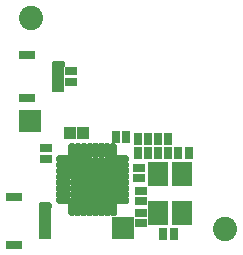
<source format=gbr>
G04 #@! TF.GenerationSoftware,KiCad,Pcbnew,(5.1.6)-1*
G04 #@! TF.CreationDate,2020-08-30T17:28:20+02:00*
G04 #@! TF.ProjectId,Freude_Microcontroller,46726575-6465-45f4-9d69-63726f636f6e,rev?*
G04 #@! TF.SameCoordinates,Original*
G04 #@! TF.FileFunction,Soldermask,Top*
G04 #@! TF.FilePolarity,Negative*
%FSLAX46Y46*%
G04 Gerber Fmt 4.6, Leading zero omitted, Abs format (unit mm)*
G04 Created by KiCad (PCBNEW (5.1.6)-1) date 2020-08-30 17:28:20*
%MOMM*%
%LPD*%
G01*
G04 APERTURE LIST*
%ADD10C,2.050000*%
%ADD11R,1.700000X2.000000*%
%ADD12R,1.000000X0.800000*%
%ADD13R,0.800000X1.000000*%
%ADD14R,1.100000X0.700000*%
%ADD15R,1.400000X0.700000*%
%ADD16R,1.000000X1.100000*%
%ADD17R,3.850000X3.850000*%
%ADD18R,1.900000X1.900000*%
G04 APERTURE END LIST*
D10*
X193675000Y-69025000D03*
X210075000Y-86825000D03*
D11*
X206390000Y-82160000D03*
X206390000Y-85460000D03*
X204390000Y-85460000D03*
X204390000Y-82160000D03*
D12*
X202790000Y-81660000D03*
X202790000Y-82560000D03*
X197040000Y-74400000D03*
X197040000Y-73500000D03*
D13*
X200800000Y-79075000D03*
X201700000Y-79075000D03*
X202675000Y-79275000D03*
X203575000Y-79275000D03*
X205275000Y-79275000D03*
X204375000Y-79275000D03*
X205740000Y-87280000D03*
X204840000Y-87280000D03*
X204350000Y-80425000D03*
X205250000Y-80425000D03*
X203575000Y-80425000D03*
X202675000Y-80425000D03*
D12*
X202920000Y-84520000D03*
X202920000Y-83620000D03*
X202950000Y-85470000D03*
X202950000Y-86370000D03*
D13*
X206080000Y-80410000D03*
X206980000Y-80410000D03*
D12*
X194900000Y-80925000D03*
X194900000Y-80025000D03*
D14*
X194850000Y-87400000D03*
X194850000Y-86900000D03*
D15*
X192200000Y-88190000D03*
X192200000Y-84110000D03*
D14*
X194850000Y-86400000D03*
X194850000Y-85900000D03*
X194850000Y-85400000D03*
G36*
G01*
X194475000Y-84550000D02*
X195225000Y-84550000D01*
G75*
G02*
X195400000Y-84725000I0J-175000D01*
G01*
X195400000Y-85075000D01*
G75*
G02*
X195225000Y-85250000I-175000J0D01*
G01*
X194475000Y-85250000D01*
G75*
G02*
X194300000Y-85075000I0J175000D01*
G01*
X194300000Y-84725000D01*
G75*
G02*
X194475000Y-84550000I175000J0D01*
G01*
G37*
D16*
X198050000Y-78725000D03*
X196950000Y-78725000D03*
D15*
X193300000Y-75740000D03*
X193300000Y-72160000D03*
D14*
X195950000Y-74950000D03*
X195950000Y-74450000D03*
X195950000Y-73950000D03*
X195950000Y-73450000D03*
G36*
G01*
X195575000Y-72600000D02*
X196325000Y-72600000D01*
G75*
G02*
X196500000Y-72775000I0J-175000D01*
G01*
X196500000Y-73125000D01*
G75*
G02*
X196325000Y-73300000I-175000J0D01*
G01*
X195575000Y-73300000D01*
G75*
G02*
X195400000Y-73125000I0J175000D01*
G01*
X195400000Y-72775000D01*
G75*
G02*
X195575000Y-72600000I175000J0D01*
G01*
G37*
G36*
G01*
X201925000Y-84262500D02*
X201925000Y-84587500D01*
G75*
G02*
X201762500Y-84750000I-162500J0D01*
G01*
X200812500Y-84750000D01*
G75*
G02*
X200650000Y-84587500I0J162500D01*
G01*
X200650000Y-84262500D01*
G75*
G02*
X200812500Y-84100000I162500J0D01*
G01*
X201762500Y-84100000D01*
G75*
G02*
X201925000Y-84262500I0J-162500D01*
G01*
G37*
G36*
G01*
X201925000Y-83762500D02*
X201925000Y-84087500D01*
G75*
G02*
X201762500Y-84250000I-162500J0D01*
G01*
X200812500Y-84250000D01*
G75*
G02*
X200650000Y-84087500I0J162500D01*
G01*
X200650000Y-83762500D01*
G75*
G02*
X200812500Y-83600000I162500J0D01*
G01*
X201762500Y-83600000D01*
G75*
G02*
X201925000Y-83762500I0J-162500D01*
G01*
G37*
G36*
G01*
X201925000Y-83262500D02*
X201925000Y-83587500D01*
G75*
G02*
X201762500Y-83750000I-162500J0D01*
G01*
X200812500Y-83750000D01*
G75*
G02*
X200650000Y-83587500I0J162500D01*
G01*
X200650000Y-83262500D01*
G75*
G02*
X200812500Y-83100000I162500J0D01*
G01*
X201762500Y-83100000D01*
G75*
G02*
X201925000Y-83262500I0J-162500D01*
G01*
G37*
G36*
G01*
X201925000Y-82762500D02*
X201925000Y-83087500D01*
G75*
G02*
X201762500Y-83250000I-162500J0D01*
G01*
X200812500Y-83250000D01*
G75*
G02*
X200650000Y-83087500I0J162500D01*
G01*
X200650000Y-82762500D01*
G75*
G02*
X200812500Y-82600000I162500J0D01*
G01*
X201762500Y-82600000D01*
G75*
G02*
X201925000Y-82762500I0J-162500D01*
G01*
G37*
G36*
G01*
X201925000Y-82262500D02*
X201925000Y-82587500D01*
G75*
G02*
X201762500Y-82750000I-162500J0D01*
G01*
X200812500Y-82750000D01*
G75*
G02*
X200650000Y-82587500I0J162500D01*
G01*
X200650000Y-82262500D01*
G75*
G02*
X200812500Y-82100000I162500J0D01*
G01*
X201762500Y-82100000D01*
G75*
G02*
X201925000Y-82262500I0J-162500D01*
G01*
G37*
G36*
G01*
X201925000Y-81762500D02*
X201925000Y-82087500D01*
G75*
G02*
X201762500Y-82250000I-162500J0D01*
G01*
X200812500Y-82250000D01*
G75*
G02*
X200650000Y-82087500I0J162500D01*
G01*
X200650000Y-81762500D01*
G75*
G02*
X200812500Y-81600000I162500J0D01*
G01*
X201762500Y-81600000D01*
G75*
G02*
X201925000Y-81762500I0J-162500D01*
G01*
G37*
G36*
G01*
X201925000Y-81262500D02*
X201925000Y-81587500D01*
G75*
G02*
X201762500Y-81750000I-162500J0D01*
G01*
X200812500Y-81750000D01*
G75*
G02*
X200650000Y-81587500I0J162500D01*
G01*
X200650000Y-81262500D01*
G75*
G02*
X200812500Y-81100000I162500J0D01*
G01*
X201762500Y-81100000D01*
G75*
G02*
X201925000Y-81262500I0J-162500D01*
G01*
G37*
G36*
G01*
X201925000Y-80762500D02*
X201925000Y-81087500D01*
G75*
G02*
X201762500Y-81250000I-162500J0D01*
G01*
X200812500Y-81250000D01*
G75*
G02*
X200650000Y-81087500I0J162500D01*
G01*
X200650000Y-80762500D01*
G75*
G02*
X200812500Y-80600000I162500J0D01*
G01*
X201762500Y-80600000D01*
G75*
G02*
X201925000Y-80762500I0J-162500D01*
G01*
G37*
G36*
G01*
X200925000Y-79762500D02*
X200925000Y-80712500D01*
G75*
G02*
X200762500Y-80875000I-162500J0D01*
G01*
X200437500Y-80875000D01*
G75*
G02*
X200275000Y-80712500I0J162500D01*
G01*
X200275000Y-79762500D01*
G75*
G02*
X200437500Y-79600000I162500J0D01*
G01*
X200762500Y-79600000D01*
G75*
G02*
X200925000Y-79762500I0J-162500D01*
G01*
G37*
G36*
G01*
X200425000Y-79762500D02*
X200425000Y-80712500D01*
G75*
G02*
X200262500Y-80875000I-162500J0D01*
G01*
X199937500Y-80875000D01*
G75*
G02*
X199775000Y-80712500I0J162500D01*
G01*
X199775000Y-79762500D01*
G75*
G02*
X199937500Y-79600000I162500J0D01*
G01*
X200262500Y-79600000D01*
G75*
G02*
X200425000Y-79762500I0J-162500D01*
G01*
G37*
G36*
G01*
X199925000Y-79762500D02*
X199925000Y-80712500D01*
G75*
G02*
X199762500Y-80875000I-162500J0D01*
G01*
X199437500Y-80875000D01*
G75*
G02*
X199275000Y-80712500I0J162500D01*
G01*
X199275000Y-79762500D01*
G75*
G02*
X199437500Y-79600000I162500J0D01*
G01*
X199762500Y-79600000D01*
G75*
G02*
X199925000Y-79762500I0J-162500D01*
G01*
G37*
G36*
G01*
X199425000Y-79762500D02*
X199425000Y-80712500D01*
G75*
G02*
X199262500Y-80875000I-162500J0D01*
G01*
X198937500Y-80875000D01*
G75*
G02*
X198775000Y-80712500I0J162500D01*
G01*
X198775000Y-79762500D01*
G75*
G02*
X198937500Y-79600000I162500J0D01*
G01*
X199262500Y-79600000D01*
G75*
G02*
X199425000Y-79762500I0J-162500D01*
G01*
G37*
G36*
G01*
X198925000Y-79762500D02*
X198925000Y-80712500D01*
G75*
G02*
X198762500Y-80875000I-162500J0D01*
G01*
X198437500Y-80875000D01*
G75*
G02*
X198275000Y-80712500I0J162500D01*
G01*
X198275000Y-79762500D01*
G75*
G02*
X198437500Y-79600000I162500J0D01*
G01*
X198762500Y-79600000D01*
G75*
G02*
X198925000Y-79762500I0J-162500D01*
G01*
G37*
G36*
G01*
X198425000Y-79762500D02*
X198425000Y-80712500D01*
G75*
G02*
X198262500Y-80875000I-162500J0D01*
G01*
X197937500Y-80875000D01*
G75*
G02*
X197775000Y-80712500I0J162500D01*
G01*
X197775000Y-79762500D01*
G75*
G02*
X197937500Y-79600000I162500J0D01*
G01*
X198262500Y-79600000D01*
G75*
G02*
X198425000Y-79762500I0J-162500D01*
G01*
G37*
G36*
G01*
X197925000Y-79762500D02*
X197925000Y-80712500D01*
G75*
G02*
X197762500Y-80875000I-162500J0D01*
G01*
X197437500Y-80875000D01*
G75*
G02*
X197275000Y-80712500I0J162500D01*
G01*
X197275000Y-79762500D01*
G75*
G02*
X197437500Y-79600000I162500J0D01*
G01*
X197762500Y-79600000D01*
G75*
G02*
X197925000Y-79762500I0J-162500D01*
G01*
G37*
G36*
G01*
X197425000Y-79762500D02*
X197425000Y-80712500D01*
G75*
G02*
X197262500Y-80875000I-162500J0D01*
G01*
X196937500Y-80875000D01*
G75*
G02*
X196775000Y-80712500I0J162500D01*
G01*
X196775000Y-79762500D01*
G75*
G02*
X196937500Y-79600000I162500J0D01*
G01*
X197262500Y-79600000D01*
G75*
G02*
X197425000Y-79762500I0J-162500D01*
G01*
G37*
G36*
G01*
X197050000Y-80762500D02*
X197050000Y-81087500D01*
G75*
G02*
X196887500Y-81250000I-162500J0D01*
G01*
X195937500Y-81250000D01*
G75*
G02*
X195775000Y-81087500I0J162500D01*
G01*
X195775000Y-80762500D01*
G75*
G02*
X195937500Y-80600000I162500J0D01*
G01*
X196887500Y-80600000D01*
G75*
G02*
X197050000Y-80762500I0J-162500D01*
G01*
G37*
G36*
G01*
X197050000Y-81262500D02*
X197050000Y-81587500D01*
G75*
G02*
X196887500Y-81750000I-162500J0D01*
G01*
X195937500Y-81750000D01*
G75*
G02*
X195775000Y-81587500I0J162500D01*
G01*
X195775000Y-81262500D01*
G75*
G02*
X195937500Y-81100000I162500J0D01*
G01*
X196887500Y-81100000D01*
G75*
G02*
X197050000Y-81262500I0J-162500D01*
G01*
G37*
G36*
G01*
X197050000Y-81762500D02*
X197050000Y-82087500D01*
G75*
G02*
X196887500Y-82250000I-162500J0D01*
G01*
X195937500Y-82250000D01*
G75*
G02*
X195775000Y-82087500I0J162500D01*
G01*
X195775000Y-81762500D01*
G75*
G02*
X195937500Y-81600000I162500J0D01*
G01*
X196887500Y-81600000D01*
G75*
G02*
X197050000Y-81762500I0J-162500D01*
G01*
G37*
G36*
G01*
X197050000Y-82262500D02*
X197050000Y-82587500D01*
G75*
G02*
X196887500Y-82750000I-162500J0D01*
G01*
X195937500Y-82750000D01*
G75*
G02*
X195775000Y-82587500I0J162500D01*
G01*
X195775000Y-82262500D01*
G75*
G02*
X195937500Y-82100000I162500J0D01*
G01*
X196887500Y-82100000D01*
G75*
G02*
X197050000Y-82262500I0J-162500D01*
G01*
G37*
G36*
G01*
X197050000Y-82762500D02*
X197050000Y-83087500D01*
G75*
G02*
X196887500Y-83250000I-162500J0D01*
G01*
X195937500Y-83250000D01*
G75*
G02*
X195775000Y-83087500I0J162500D01*
G01*
X195775000Y-82762500D01*
G75*
G02*
X195937500Y-82600000I162500J0D01*
G01*
X196887500Y-82600000D01*
G75*
G02*
X197050000Y-82762500I0J-162500D01*
G01*
G37*
G36*
G01*
X197050000Y-83262500D02*
X197050000Y-83587500D01*
G75*
G02*
X196887500Y-83750000I-162500J0D01*
G01*
X195937500Y-83750000D01*
G75*
G02*
X195775000Y-83587500I0J162500D01*
G01*
X195775000Y-83262500D01*
G75*
G02*
X195937500Y-83100000I162500J0D01*
G01*
X196887500Y-83100000D01*
G75*
G02*
X197050000Y-83262500I0J-162500D01*
G01*
G37*
G36*
G01*
X197050000Y-83762500D02*
X197050000Y-84087500D01*
G75*
G02*
X196887500Y-84250000I-162500J0D01*
G01*
X195937500Y-84250000D01*
G75*
G02*
X195775000Y-84087500I0J162500D01*
G01*
X195775000Y-83762500D01*
G75*
G02*
X195937500Y-83600000I162500J0D01*
G01*
X196887500Y-83600000D01*
G75*
G02*
X197050000Y-83762500I0J-162500D01*
G01*
G37*
G36*
G01*
X197050000Y-84262500D02*
X197050000Y-84587500D01*
G75*
G02*
X196887500Y-84750000I-162500J0D01*
G01*
X195937500Y-84750000D01*
G75*
G02*
X195775000Y-84587500I0J162500D01*
G01*
X195775000Y-84262500D01*
G75*
G02*
X195937500Y-84100000I162500J0D01*
G01*
X196887500Y-84100000D01*
G75*
G02*
X197050000Y-84262500I0J-162500D01*
G01*
G37*
G36*
G01*
X197425000Y-84637500D02*
X197425000Y-85587500D01*
G75*
G02*
X197262500Y-85750000I-162500J0D01*
G01*
X196937500Y-85750000D01*
G75*
G02*
X196775000Y-85587500I0J162500D01*
G01*
X196775000Y-84637500D01*
G75*
G02*
X196937500Y-84475000I162500J0D01*
G01*
X197262500Y-84475000D01*
G75*
G02*
X197425000Y-84637500I0J-162500D01*
G01*
G37*
G36*
G01*
X197925000Y-84637500D02*
X197925000Y-85587500D01*
G75*
G02*
X197762500Y-85750000I-162500J0D01*
G01*
X197437500Y-85750000D01*
G75*
G02*
X197275000Y-85587500I0J162500D01*
G01*
X197275000Y-84637500D01*
G75*
G02*
X197437500Y-84475000I162500J0D01*
G01*
X197762500Y-84475000D01*
G75*
G02*
X197925000Y-84637500I0J-162500D01*
G01*
G37*
G36*
G01*
X198425000Y-84637500D02*
X198425000Y-85587500D01*
G75*
G02*
X198262500Y-85750000I-162500J0D01*
G01*
X197937500Y-85750000D01*
G75*
G02*
X197775000Y-85587500I0J162500D01*
G01*
X197775000Y-84637500D01*
G75*
G02*
X197937500Y-84475000I162500J0D01*
G01*
X198262500Y-84475000D01*
G75*
G02*
X198425000Y-84637500I0J-162500D01*
G01*
G37*
G36*
G01*
X198925000Y-84637500D02*
X198925000Y-85587500D01*
G75*
G02*
X198762500Y-85750000I-162500J0D01*
G01*
X198437500Y-85750000D01*
G75*
G02*
X198275000Y-85587500I0J162500D01*
G01*
X198275000Y-84637500D01*
G75*
G02*
X198437500Y-84475000I162500J0D01*
G01*
X198762500Y-84475000D01*
G75*
G02*
X198925000Y-84637500I0J-162500D01*
G01*
G37*
G36*
G01*
X199425000Y-84637500D02*
X199425000Y-85587500D01*
G75*
G02*
X199262500Y-85750000I-162500J0D01*
G01*
X198937500Y-85750000D01*
G75*
G02*
X198775000Y-85587500I0J162500D01*
G01*
X198775000Y-84637500D01*
G75*
G02*
X198937500Y-84475000I162500J0D01*
G01*
X199262500Y-84475000D01*
G75*
G02*
X199425000Y-84637500I0J-162500D01*
G01*
G37*
G36*
G01*
X199925000Y-84637500D02*
X199925000Y-85587500D01*
G75*
G02*
X199762500Y-85750000I-162500J0D01*
G01*
X199437500Y-85750000D01*
G75*
G02*
X199275000Y-85587500I0J162500D01*
G01*
X199275000Y-84637500D01*
G75*
G02*
X199437500Y-84475000I162500J0D01*
G01*
X199762500Y-84475000D01*
G75*
G02*
X199925000Y-84637500I0J-162500D01*
G01*
G37*
G36*
G01*
X200425000Y-84637500D02*
X200425000Y-85587500D01*
G75*
G02*
X200262500Y-85750000I-162500J0D01*
G01*
X199937500Y-85750000D01*
G75*
G02*
X199775000Y-85587500I0J162500D01*
G01*
X199775000Y-84637500D01*
G75*
G02*
X199937500Y-84475000I162500J0D01*
G01*
X200262500Y-84475000D01*
G75*
G02*
X200425000Y-84637500I0J-162500D01*
G01*
G37*
G36*
G01*
X200925000Y-84637500D02*
X200925000Y-85587500D01*
G75*
G02*
X200762500Y-85750000I-162500J0D01*
G01*
X200437500Y-85750000D01*
G75*
G02*
X200275000Y-85587500I0J162500D01*
G01*
X200275000Y-84637500D01*
G75*
G02*
X200437500Y-84475000I162500J0D01*
G01*
X200762500Y-84475000D01*
G75*
G02*
X200925000Y-84637500I0J-162500D01*
G01*
G37*
D17*
X198850000Y-82675000D03*
D18*
X201425000Y-86800000D03*
X193525000Y-77750000D03*
M02*

</source>
